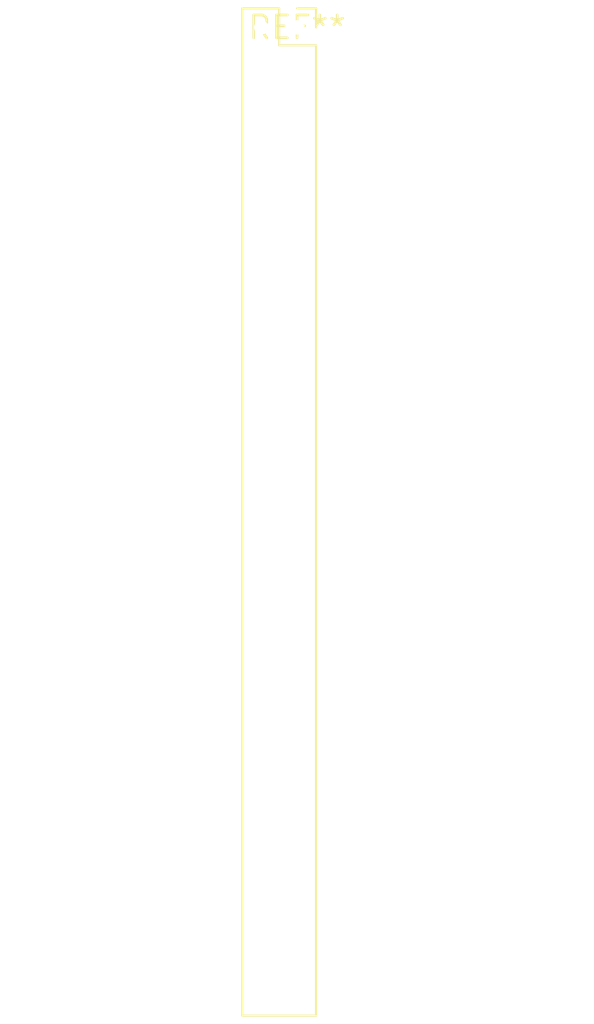
<source format=kicad_pcb>
(kicad_pcb (version 20240108) (generator pcbnew)
  (layers (0 "F.Cu" signal) (31 "B.Cu" signal) (34 "B.Paste" user) (35 "F.Paste" user) (36 "B.SilkS" user "B.Silkscreen") (37 "F.SilkS" user "F.Silkscreen") (38 "B.Mask" user) (39 "F.Mask" user) (44 "Edge.Cuts" user))
  (net 0 "")
  (footprint "PinSocket_2x28_P2.00mm_Vertical" (layer "F.Cu") (at 0 0)
    (property "Reference" "REF**")
    (property "Value" "PinSocket_2x28_P2.00mm_Vertical")
    (fp_line (start -3.06 -1.06) (end -3.06 55.06) (layer "F.SilkS") (stroke (width 0.12)))
    (fp_line (start -3.06 -1.06) (end -1 -1.06) (layer "F.SilkS") (stroke (width 0.12)))
    (fp_line (start -3.06 55.06) (end 1.06 55.06) (layer "F.SilkS") (stroke (width 0.12)))
    (fp_line (start -1 -1.06) (end -1 1) (layer "F.SilkS") (stroke (width 0.12)))
    (fp_line (start -1 1) (end 1.06 1) (layer "F.SilkS") (stroke (width 0.12)))
    (fp_line (start 0 -1.06) (end 1.06 -1.06) (layer "F.SilkS") (stroke (width 0.12)))
    (fp_line (start 1.06 -1.06) (end 1.06 0) (layer "F.SilkS") (stroke (width 0.12)))
    (fp_line (start 1.06 1) (end 1.06 55.06) (layer "F.SilkS") (stroke (width 0.12)))
    (pad "1" thru_hole rect (at 0 0) (size 1.35 1.35) (drill 0.8) (layers *.Cu *.Mask) (remove_unused_layers))
    (pad "2" thru_hole oval (at -2 0) (size 1.35 1.35) (drill 0.8) (layers *.Cu *.Mask) (remove_unused_layers))
    (pad "3" thru_hole oval (at 0 2) (size 1.35 1.35) (drill 0.8) (layers *.Cu *.Mask) (remove_unused_layers))
    (pad "4" thru_hole oval (at -2 2) (size 1.35 1.35) (drill 0.8) (layers *.Cu *.Mask) (remove_unused_layers))
    (pad "5" thru_hole oval (at 0 4) (size 1.35 1.35) (drill 0.8) (layers *.Cu *.Mask) (remove_unused_layers))
    (pad "6" thru_hole oval (at -2 4) (size 1.35 1.35) (drill 0.8) (layers *.Cu *.Mask) (remove_unused_layers))
    (pad "7" thru_hole oval (at 0 6) (size 1.35 1.35) (drill 0.8) (layers *.Cu *.Mask) (remove_unused_layers))
    (pad "8" thru_hole oval (at -2 6) (size 1.35 1.35) (drill 0.8) (layers *.Cu *.Mask) (remove_unused_layers))
    (pad "9" thru_hole oval (at 0 8) (size 1.35 1.35) (drill 0.8) (layers *.Cu *.Mask) (remove_unused_layers))
    (pad "10" thru_hole oval (at -2 8) (size 1.35 1.35) (drill 0.8) (layers *.Cu *.Mask) (remove_unused_layers))
    (pad "11" thru_hole oval (at 0 10) (size 1.35 1.35) (drill 0.8) (layers *.Cu *.Mask) (remove_unused_layers))
    (pad "12" thru_hole oval (at -2 10) (size 1.35 1.35) (drill 0.8) (layers *.Cu *.Mask) (remove_unused_layers))
    (pad "13" thru_hole oval (at 0 12) (size 1.35 1.35) (drill 0.8) (layers *.Cu *.Mask) (remove_unused_layers))
    (pad "14" thru_hole oval (at -2 12) (size 1.35 1.35) (drill 0.8) (layers *.Cu *.Mask) (remove_unused_layers))
    (pad "15" thru_hole oval (at 0 14) (size 1.35 1.35) (drill 0.8) (layers *.Cu *.Mask) (remove_unused_layers))
    (pad "16" thru_hole oval (at -2 14) (size 1.35 1.35) (drill 0.8) (layers *.Cu *.Mask) (remove_unused_layers))
    (pad "17" thru_hole oval (at 0 16) (size 1.35 1.35) (drill 0.8) (layers *.Cu *.Mask) (remove_unused_layers))
    (pad "18" thru_hole oval (at -2 16) (size 1.35 1.35) (drill 0.8) (layers *.Cu *.Mask) (remove_unused_layers))
    (pad "19" thru_hole oval (at 0 18) (size 1.35 1.35) (drill 0.8) (layers *.Cu *.Mask) (remove_unused_layers))
    (pad "20" thru_hole oval (at -2 18) (size 1.35 1.35) (drill 0.8) (layers *.Cu *.Mask) (remove_unused_layers))
    (pad "21" thru_hole oval (at 0 20) (size 1.35 1.35) (drill 0.8) (layers *.Cu *.Mask) (remove_unused_layers))
    (pad "22" thru_hole oval (at -2 20) (size 1.35 1.35) (drill 0.8) (layers *.Cu *.Mask) (remove_unused_layers))
    (pad "23" thru_hole oval (at 0 22) (size 1.35 1.35) (drill 0.8) (layers *.Cu *.Mask) (remove_unused_layers))
    (pad "24" thru_hole oval (at -2 22) (size 1.35 1.35) (drill 0.8) (layers *.Cu *.Mask) (remove_unused_layers))
    (pad "25" thru_hole oval (at 0 24) (size 1.35 1.35) (drill 0.8) (layers *.Cu *.Mask) (remove_unused_layers))
    (pad "26" thru_hole oval (at -2 24) (size 1.35 1.35) (drill 0.8) (layers *.Cu *.Mask) (remove_unused_layers))
    (pad "27" thru_hole oval (at 0 26) (size 1.35 1.35) (drill 0.8) (layers *.Cu *.Mask) (remove_unused_layers))
    (pad "28" thru_hole oval (at -2 26) (size 1.35 1.35) (drill 0.8) (layers *.Cu *.Mask) (remove_unused_layers))
    (pad "29" thru_hole oval (at 0 28) (size 1.35 1.35) (drill 0.8) (layers *.Cu *.Mask) (remove_unused_layers))
    (pad "30" thru_hole oval (at -2 28) (size 1.35 1.35) (drill 0.8) (layers *.Cu *.Mask) (remove_unused_layers))
    (pad "31" thru_hole oval (at 0 30) (size 1.35 1.35) (drill 0.8) (layers *.Cu *.Mask) (remove_unused_layers))
    (pad "32" thru_hole oval (at -2 30) (size 1.35 1.35) (drill 0.8) (layers *.Cu *.Mask) (remove_unused_layers))
    (pad "33" thru_hole oval (at 0 32) (size 1.35 1.35) (drill 0.8) (layers *.Cu *.Mask) (remove_unused_layers))
    (pad "34" thru_hole oval (at -2 32) (size 1.35 1.35) (drill 0.8) (layers *.Cu *.Mask) (remove_unused_layers))
    (pad "35" thru_hole oval (at 0 34) (size 1.35 1.35) (drill 0.8) (layers *.Cu *.Mask) (remove_unused_layers))
    (pad "36" thru_hole oval (at -2 34) (size 1.35 1.35) (drill 0.8) (layers *.Cu *.Mask) (remove_unused_layers))
    (pad "37" thru_hole oval (at 0 36) (size 1.35 1.35) (drill 0.8) (layers *.Cu *.Mask) (remove_unused_layers))
    (pad "38" thru_hole oval (at -2 36) (size 1.35 1.35) (drill 0.8) (layers *.Cu *.Mask) (remove_unused_layers))
    (pad "39" thru_hole oval (at 0 38) (size 1.35 1.35) (drill 0.8) (layers *.Cu *.Mask) (remove_unused_layers))
    (pad "40" thru_hole oval (at -2 38) (size 1.35 1.35) (drill 0.8) (layers *.Cu *.Mask) (remove_unused_layers))
    (pad "41" thru_hole oval (at 0 40) (size 1.35 1.35) (drill 0.8) (layers *.Cu *.Mask) (remove_unused_layers))
    (pad "42" thru_hole oval (at -2 40) (size 1.35 1.35) (drill 0.8) (layers *.Cu *.Mask) (remove_unused_layers))
    (pad "43" thru_hole oval (at 0 42) (size 1.35 1.35) (drill 0.8) (layers *.Cu *.Mask) (remove_unused_layers))
    (pad "44" thru_hole oval (at -2 42) (size 1.35 1.35) (drill 0.8) (layers *.Cu *.Mask) (remove_unused_layers))
    (pad "45" thru_hole oval (at 0 44) (size 1.35 1.35) (drill 0.8) (layers *.Cu *.Mask) (remove_unused_layers))
    (pad "46" thru_hole oval (at -2 44) (size 1.35 1.35) (drill 0.8) (layers *.Cu *.Mask) (remove_unused_layers))
    (pad "47" thru_hole oval (at 0 46) (size 1.35 1.35) (drill 0.8) (layers *.Cu *.Mask) (remove_unused_layers))
    (pad "48" thru_hole oval (at -2 46) (size 1.35 1.35) (drill 0.8) (layers *.Cu *.Mask) (remove_unused_layers))
    (pad "49" thru_hole oval (at 0 48) (size 1.35 1.35) (drill 0.8) (layers *.Cu *.Mask) (remove_unused_layers))
    (pad "50" thru_hole oval (at -2 48) (size 1.35 1.35) (drill 0.8) (layers *.Cu *.Mask) (remove_unused_layers))
    (pad "51" thru_hole oval (at 0 50) (size 1.35 1.35) (drill 0.8) (layers *.Cu *.Mask) (remove_unused_layers))
    (pad "52" thru_hole oval (at -2 50) (size 1.35 1.35) (drill 0.8) (layers *.Cu *.Mask) (remove_unused_layers))
    (pad "53" thru_hole oval (at 0 52) (size 1.35 1.35) (drill 0.8) (layers *.Cu *.Mask) (remove_unused_layers))
    (pad "54" thru_hole oval (at -2 52) (size 1.35 1.35) (drill 0.8) (layers *.Cu *.Mask) (remove_unused_layers))
    (pad "55" thru_hole oval (at 0 54) (size 1.35 1.35) (drill 0.8) (layers *.Cu *.Mask) (remove_unused_layers))
    (pad "56" thru_hole oval (at -2 54) (size 1.35 1.35) (drill 0.8) (layers *.Cu *.Mask) (remove_unused_layers))
  )
)
</source>
